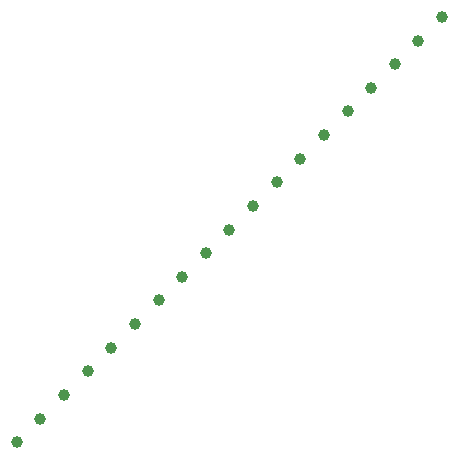
<source format=gbr>
G04 Examples for testing time performance of Gerber parsers*
%FSLAX26Y26*%
%MOMM*%
%ADD10C,1*%
%LPD*%
D10*
X0Y0D03*
X2000000Y2000000D03*
X4000000Y4000000D03*
X6000000Y6000000D03*
X8000000Y8000000D03*
X10000000Y10000000D03*
X12000000Y12000000D03*
X14000000Y14000000D03*
X16000000Y16000000D03*
X18000000Y18000000D03*
X20000000Y20000000D03*
X22000000Y22000000D03*
X24000000Y24000000D03*
X26000000Y26000000D03*
X28000000Y28000000D03*
X30000000Y30000000D03*
X32000000Y32000000D03*
X34000000Y34000000D03*
X36000000Y36000000D03*
M02*

</source>
